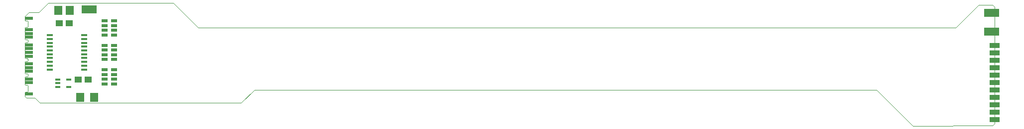
<source format=gts>
G04 EAGLE Gerber X2 export*
%TF.Part,Single*%
%TF.FileFunction,Other,solder mask top*%
%TF.FilePolarity,Positive*%
%TF.GenerationSoftware,Autodesk,EAGLE,9.6.2*%
%TF.CreationDate,2022-07-13T20:40:15Z*%
G75*
%MOMM*%
%FSLAX34Y34*%
%LPD*%
%INsolder mask top*%
%AMOC8*
5,1,8,0,0,1.08239X$1,22.5*%
G01*
%ADD10C,0.000000*%
%ADD11R,1.000000X0.600000*%
%ADD12R,1.371600X1.625600*%
%ADD13R,1.451600X0.551600*%
%ADD14R,1.701600X0.901600*%
%ADD15R,2.641600X1.371600*%
%ADD16R,1.401600X1.601600*%
%ADD17R,1.201600X1.101600*%
%ADD18R,1.092200X0.406400*%
%ADD19R,0.901600X0.451600*%


D10*
X0Y-23000D02*
X3000Y-26000D01*
X17000Y-26000D01*
X39750Y136500D02*
X252500Y136500D01*
X39750Y136500D02*
X23750Y120500D01*
X7000Y120500D01*
X0Y113500D01*
X0Y107500D01*
X0Y94000D02*
X0Y75000D01*
X1000Y74000D01*
X4000Y74000D01*
X5000Y73000D01*
X5000Y70000D02*
X4000Y69000D01*
X1000Y69000D01*
X0Y68000D01*
X5000Y70000D02*
X5000Y73000D01*
X0Y68000D02*
X0Y42500D01*
X1000Y41500D01*
X4000Y41500D01*
X5000Y40500D01*
X5000Y37500D02*
X4000Y36500D01*
X1000Y36500D01*
X0Y35500D01*
X5000Y37500D02*
X5000Y40500D01*
X0Y-16500D02*
X0Y-23000D01*
X0Y-3000D02*
X0Y9500D01*
X0Y16500D02*
X0Y35500D01*
X0Y-3000D02*
X1000Y-4000D01*
X4000Y-4000D02*
X5000Y-5000D01*
X4000Y-4000D02*
X1000Y-4000D01*
X5000Y-5000D02*
X5000Y-14500D01*
X4000Y-15500D01*
X1000Y-15500D01*
X0Y-16500D01*
X1000Y106500D02*
X0Y107500D01*
X1000Y106500D02*
X4000Y106500D01*
X5000Y105500D01*
X5000Y96000D01*
X4000Y95000D01*
X1000Y95000D01*
X0Y94000D01*
X252500Y136500D02*
X294500Y94500D01*
X1582410Y94500D01*
X1621410Y133500D01*
X1644810Y133500D01*
X1648800Y129500D01*
X1648800Y-70000D01*
X1645300Y-73500D01*
X1509800Y-74000D01*
X1448300Y-12500D01*
X390500Y-12000D01*
X368000Y-34500D01*
X25500Y-34500D01*
X1000Y15500D02*
X0Y16500D01*
X1000Y15500D02*
X4000Y15500D01*
X5000Y14500D01*
X5000Y11500D01*
X4000Y10500D01*
X1000Y10500D01*
X0Y9500D01*
X17000Y-26000D02*
X25500Y-34500D01*
D11*
X135500Y106000D03*
X135500Y98000D03*
X135500Y90000D03*
X135500Y82000D03*
X151500Y82000D03*
X151500Y90000D03*
X151500Y98000D03*
X151500Y106000D03*
X135500Y64000D03*
X135500Y56000D03*
X135500Y48000D03*
X135500Y40000D03*
X151500Y40000D03*
X151500Y48000D03*
X151500Y56000D03*
X151500Y64000D03*
X135500Y22000D03*
X135500Y14000D03*
X135500Y6000D03*
X135500Y-2000D03*
X151500Y-2000D03*
X151500Y6000D03*
X151500Y14000D03*
X151500Y22000D03*
D12*
X94000Y-24750D03*
X118000Y-24750D03*
D13*
X6500Y0D03*
X6500Y6500D03*
X6500Y19500D03*
X6500Y26000D03*
X6500Y32500D03*
X6500Y45500D03*
X6500Y52000D03*
X6500Y58500D03*
X6500Y65000D03*
X6500Y78000D03*
X6500Y84500D03*
X6500Y91000D03*
X6500Y-19500D03*
X6500Y110500D03*
D14*
X1648490Y38110D03*
X1648490Y-63490D03*
X1648490Y-50790D03*
X1648490Y-38090D03*
X1648490Y-25390D03*
X1648490Y-12690D03*
X1648490Y10D03*
X1648490Y12710D03*
X1648490Y25410D03*
D15*
X1643410Y87640D03*
X1643410Y119390D03*
D14*
X1648490Y50810D03*
X1648490Y63510D03*
D15*
X109650Y125940D03*
D16*
X76000Y124000D03*
X57000Y124000D03*
D17*
X75500Y101500D03*
X58500Y101500D03*
D18*
X42322Y81250D03*
X42322Y74750D03*
X42322Y68250D03*
X42322Y61750D03*
X42322Y55250D03*
X42322Y48750D03*
X42322Y42250D03*
X42322Y35750D03*
X42322Y29250D03*
X42322Y22750D03*
X100678Y22750D03*
X100678Y29250D03*
X100678Y35750D03*
X100678Y42250D03*
X100678Y48750D03*
X100678Y55250D03*
X100678Y61750D03*
X100678Y68250D03*
X100678Y74750D03*
X100678Y81250D03*
D19*
X74750Y-7250D03*
X74750Y5750D03*
X55750Y5750D03*
X55750Y-750D03*
X55750Y-7250D03*
D17*
X91000Y5500D03*
X108000Y5500D03*
M02*

</source>
